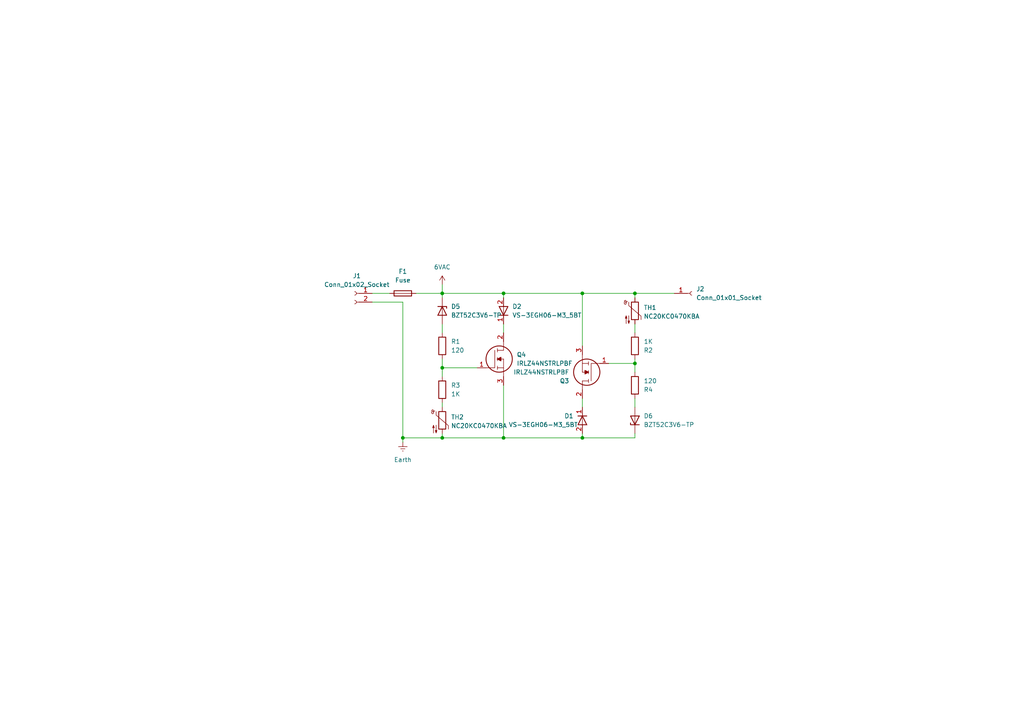
<source format=kicad_sch>
(kicad_sch (version 20231120) (generator "eeschema") (generator_version "8.0")
  (paper "A4")
  (title_block (date "2024-05-03") (rev "V1.0") (comment 1 "Author: Emiel V"))
  (lib_symbols
    (symbol "Connector:Conn_01x01_Socket" (pin_names (offset 1.016) hide)
      (property "Reference" "J" (at 0 2.54 0))
      (property "Value" "Conn_01x01_Socket" (at 0 -2.54 0))
      (symbol "Conn_01x01_Socket_1_1"
        (polyline (pts (xy -1.27 0) (xy -0.508 0)) (stroke (width 0.1524)))
        (arc (start 0 0.508) (mid -0.5058 0) (end 0 -0.508) (stroke (width 0.1524)))
        (pin passive line (at -5.08 0 0) (length 3.81) (name "Pin_1") (number "1"))
      )
    )
    (symbol "Connector:Conn_01x02_Socket" (pin_names (offset 1.016) hide)
      (property "Reference" "J" (at 0 2.54 0))
      (property "Value" "Conn_01x02_Socket" (at 0 -5.08 0))
      (symbol "Conn_01x02_Socket_1_1"
        (arc (start 0 -2.032) (mid -0.5058 -2.54) (end 0 -3.048) (stroke (width 0.1524)))
        (polyline (pts (xy -1.27 -2.54) (xy -0.508 -2.54)) (stroke (width 0.1524)))
        (polyline (pts (xy -1.27 0) (xy -0.508 0)) (stroke (width 0.1524)))
        (arc (start 0 0.508) (mid -0.5058 0) (end 0 -0.508) (stroke (width 0.1524)))
        (pin passive line (at -5.08 0 0) (length 3.81) (name "Pin_1") (number "1"))
        (pin passive line (at -5.08 -2.54 0) (length 3.81) (name "Pin_2") (number "2"))
      )
    )
    (symbol "Device:Fuse" (pin_numbers hide) (pin_names (offset 0))
      (property "Reference" "F" (at 2.032 0 90))
      (property "Value" "Fuse" (at -1.905 0 90))
      (symbol "Fuse_0_1"
        (rectangle (start -0.762 -2.54) (end 0.762 2.54) (stroke (width 0.254)))
        (polyline (pts (xy 0 2.54) (xy 0 -2.54)))
      )
      (symbol "Fuse_1_1"
        (pin passive line (at 0 3.81 270) (length 1.27) (name "~") (number "1"))
        (pin passive line (at 0 -3.81 90) (length 1.27) (name "~") (number "2"))
      )
    )
    (symbol "Device:R" (pin_numbers hide) (pin_names (offset 0))
      (property "Reference" "R" (at 2.032 0 90))
      (property "Value" "R" (at 0 0 90))
      (symbol "R_0_1"
        (rectangle (start -1.016 -2.54) (end 1.016 2.54) (stroke (width 0.254)))
      )
      (symbol "R_1_1"
        (pin passive line (at 0 3.81 270) (length 1.27) (name "~") (number "1"))
        (pin passive line (at 0 -3.81 90) (length 1.27) (name "~") (number "2"))
      )
    )
    (symbol "Device:Thermistor_NTC" (pin_numbers hide) (pin_names (offset 0))
      (property "Reference" "TH" (at -4.445 0 90))
      (property "Value" "Thermistor_NTC" (at 3.175 0 90))
      (symbol "Thermistor_NTC_0_1"
        (arc (start -3.048 2.159) (mid -3.0495 2.3143) (end -3.175 2.413))
        (arc (start -3.048 2.159) (mid -2.9736 1.9794) (end -2.794 1.905))
        (arc (start -3.048 2.794) (mid -2.9736 2.6144) (end -2.794 2.54))
        (arc (start -2.794 1.905) (mid -2.6144 1.9794) (end -2.54 2.159))
        (arc (start -2.794 2.54) (mid -2.4393 2.5587) (end -2.159 2.794))
        (arc (start -2.794 3.048) (mid -2.9736 2.9736) (end -3.048 2.794))
        (arc (start -2.54 2.794) (mid -2.6144 2.9736) (end -2.794 3.048))
        (rectangle (start -1.016 2.54) (end 1.016 -2.54) (stroke (width 0.254)))
        (polyline (pts (xy -2.54 2.159) (xy -2.54 2.794)))
        (polyline (pts (xy -1.778 2.54) (xy -1.778 1.524) (xy 1.778 -1.524) (xy 1.778 -2.54)))
        (polyline (pts (xy -2.54 -3.683) (xy -2.54 -1.397) (xy -2.794 -2.159) (xy -2.286 -2.159) (xy -2.54 -1.397) (xy -2.54 -1.651)) (fill (type outline)))
        (polyline (pts (xy -1.778 -1.397) (xy -1.778 -3.683) (xy -2.032 -2.921) (xy -1.524 -2.921) (xy -1.778 -3.683) (xy -1.778 -3.429)) (fill (type outline)))
      )
      (symbol "Thermistor_NTC_1_1"
        (pin passive line (at 0 3.81 270) (length 1.27) (name "~") (number "1"))
        (pin passive line (at 0 -3.81 90) (length 1.27) (name "~") (number "2"))
      )
    )
    (symbol "Diode:BZT52Bxx" (pin_numbers hide) (pin_names hide)
      (property "Reference" "D" (at 0 2.54 0))
      (property "Value" "BZT52Bxx" (at 0 -2.54 0))
      (symbol "BZT52Bxx_0_1"
        (polyline (pts (xy 1.27 0) (xy -1.27 0)))
        (polyline (pts (xy -1.27 -1.27) (xy -1.27 1.27) (xy -0.762 1.27)) (stroke (width 0.254)))
        (polyline (pts (xy 1.27 -1.27) (xy 1.27 1.27) (xy -1.27 0) (xy 1.27 -1.27)) (stroke (width 0.254)))
      )
      (symbol "BZT52Bxx_1_1"
        (pin passive line (at -3.81 0 0) (length 2.54) (name "K") (number "1"))
        (pin passive line (at 3.81 0 180) (length 2.54) (name "A") (number "2"))
      )
    )
    (symbol "SamacSys:IRLZ44NSTRLPBF" (pin_names (offset 0.762))
      (property "Reference" "Q" (at 11.43 3.81 0))
      (property "Value" "IRLZ44NSTRLPBF" (at 11.43 1.27 0))
      (symbol "IRLZ44NSTRLPBF_0_0"
        (pin passive line (at 0 0 0) (length 2.54) (name "~") (number "1"))
        (pin passive line (at 7.62 10.16 270) (length 2.54) (name "~") (number "2"))
        (pin passive line (at 7.62 -5.08 90) (length 2.54) (name "~") (number "3"))
      )
      (symbol "IRLZ44NSTRLPBF_0_1"
        (polyline (pts (xy 5.842 -0.508) (xy 5.842 0.508)) (stroke (width 0.1524)))
        (polyline (pts (xy 5.842 0) (xy 7.62 0)) (stroke (width 0.1524)))
        (polyline (pts (xy 5.842 2.032) (xy 5.842 3.048)) (stroke (width 0.1524)))
        (polyline (pts (xy 5.842 5.588) (xy 5.842 4.572)) (stroke (width 0.1524)))
        (polyline (pts (xy 7.62 2.54) (xy 5.842 2.54)) (stroke (width 0.1524)))
        (polyline (pts (xy 7.62 2.54) (xy 7.62 -2.54)) (stroke (width 0.1524)))
        (polyline (pts (xy 7.62 5.08) (xy 5.842 5.08)) (stroke (width 0.1524)))
        (polyline (pts (xy 7.62 5.08) (xy 7.62 7.62)) (stroke (width 0.1524)))
        (polyline (pts (xy 2.54 0) (xy 5.08 0) (xy 5.08 5.08)) (stroke (width 0.1524)))
        (polyline (pts (xy 5.842 2.54) (xy 6.858 3.048) (xy 6.858 2.032) (xy 5.842 2.54)) (stroke (width 0.254)) (fill (type outline)))
        (circle (center 6.35 2.54) (radius 3.81) (stroke (width 0.254)))
      )
    )
    (symbol "SamacSys:VS-3EGH06-M3_5BT" (pin_names hide)
      (property "Reference" "D" (at 4.318 5.842 0))
      (property "Value" "VS-3EGH06-M3_5BT" (at 4.318 3.302 0))
      (symbol "VS-3EGH06-M3_5BT_0_1"
        (polyline (pts (xy 2.54 1.27) (xy 2.54 -1.27)) (stroke (width 0.254)))
        (polyline (pts (xy 5.08 0) (xy 2.54 0)))
        (polyline (pts (xy 5.08 1.27) (xy 5.08 -1.27) (xy 2.54 0) (xy 5.08 1.27)) (stroke (width 0.254)))
      )
      (symbol "VS-3EGH06-M3_5BT_1_1"
        (pin passive line (at 0 0 0) (length 2.54) (name "K") (number "1"))
        (pin passive line (at 7.62 0 180) (length 2.54) (name "A") (number "2"))
      )
    )
    (symbol "power:+6V" (power) (pin_numbers hide) (pin_names (offset 0) hide)
      (property "Value" "+6V" (at 0 3.556 0))
      (symbol "+6V_0_1"
        (polyline (pts (xy -0.762 1.27) (xy 0 2.54)))
        (polyline (pts (xy 0 0) (xy 0 2.54)))
        (polyline (pts (xy 0 2.54) (xy 0.762 1.27)))
      )
      (symbol "+6V_1_1"
        (pin power_in line (at 0 0 90) (length 0) (name "~") (number "1"))
      )
    )
    (symbol "power:Earth" (power) (pin_numbers hide) (pin_names (offset 0) hide)
      (property "Value" "Earth" (at 0 -3.81 0))
      (symbol "Earth_0_1"
        (polyline (pts (xy -0.635 -1.905) (xy 0.635 -1.905)))
        (polyline (pts (xy -0.127 -2.54) (xy 0.127 -2.54)))
        (polyline (pts (xy 0 -1.27) (xy 0 0)))
        (polyline (pts (xy 1.27 -1.27) (xy -1.27 -1.27)))
      )
      (symbol "Earth_1_1"
        (pin power_in line (at 0 0 270) (length 0) (name "~") (number "1"))
      )
    )
  )
  (junction (at 168.91 85.09))
  (junction (at 128.27 127))
  (junction (at 184.15 85.09))
  (junction (at 168.91 127))
  (junction (at 128.27 85.09))
  (junction (at 128.27 106.68))
  (junction (at 146.05 85.09))
  (junction (at 184.15 105.41))
  (junction (at 116.84 127))
  (junction (at 146.05 127))
  (wire (pts (xy 184.15 86.36) (xy 184.15 85.09)))
  (wire (pts (xy 146.05 96.52) (xy 146.05 93.98)))
  (wire (pts (xy 116.84 127) (xy 116.84 128.27)))
  (wire (pts (xy 146.05 86.36) (xy 146.05 85.09)))
  (wire (pts (xy 168.91 125.73) (xy 168.91 127)))
  (wire (pts (xy 116.84 127) (xy 128.27 127)))
  (wire (pts (xy 128.27 106.68) (xy 128.27 109.22)))
  (wire (pts (xy 184.15 85.09) (xy 168.91 85.09)))
  (wire (pts (xy 184.15 115.57) (xy 184.15 118.11)))
  (wire (pts (xy 107.95 85.09) (xy 113.03 85.09)))
  (wire (pts (xy 128.27 125.73) (xy 128.27 127)))
  (wire (pts (xy 168.91 115.57) (xy 168.91 118.11)))
  (wire (pts (xy 128.27 85.09) (xy 128.27 86.36)))
  (wire (pts (xy 128.27 104.14) (xy 128.27 106.68)))
  (wire (pts (xy 176.53 105.41) (xy 184.15 105.41)))
  (wire (pts (xy 146.05 111.76) (xy 146.05 127)))
  (wire (pts (xy 128.27 106.68) (xy 138.43 106.68)))
  (wire (pts (xy 116.84 87.63) (xy 116.84 127)))
  (wire (pts (xy 128.27 116.84) (xy 128.27 118.11)))
  (wire (pts (xy 120.65 85.09) (xy 128.27 85.09)))
  (wire (pts (xy 128.27 93.98) (xy 128.27 96.52)))
  (wire (pts (xy 168.91 85.09) (xy 146.05 85.09)))
  (wire (pts (xy 146.05 85.09) (xy 128.27 85.09)))
  (wire (pts (xy 184.15 96.52) (xy 184.15 93.98)))
  (wire (pts (xy 184.15 85.09) (xy 195.58 85.09)))
  (wire (pts (xy 168.91 127) (xy 184.15 127)))
  (wire (pts (xy 184.15 104.14) (xy 184.15 105.41)))
  (wire (pts (xy 184.15 105.41) (xy 184.15 107.95)))
  (wire (pts (xy 128.27 82.55) (xy 128.27 85.09)))
  (wire (pts (xy 146.05 127) (xy 168.91 127)))
  (wire (pts (xy 146.05 127) (xy 128.27 127)))
  (wire (pts (xy 184.15 125.73) (xy 184.15 127)))
  (wire (pts (xy 168.91 85.09) (xy 168.91 100.33)))
  (wire (pts (xy 107.95 87.63) (xy 116.84 87.63)))
  (symbol (lib_id "Device:R") (at 184.15 111.76 0) (mirror x) (unit 1)
    (property "Reference" "R4" (at 186.69 113.0301 0) (effects (justify left)))
    (property "Value" "120" (at 186.69 110.4901 0) (effects (justify left)))
    (property "Footprint" "Resistor_SMD:R_1206_3216Metric" (effects (hide yes)))
    (property "Description" "Resistor" (effects (hide yes)))
  )
  (symbol (lib_id "Device:R") (at 184.15 100.33 0) (mirror x) (unit 1)
    (property "Reference" "R2" (at 186.69 101.6001 0) (effects (justify left)))
    (property "Value" "1K" (at 186.69 99.0601 0) (effects (justify left)))
    (property "Footprint" "Resistor_SMD:R_1206_3216Metric" (effects (hide yes)))
    (property "Description" "Resistor" (effects (hide yes)))
  )
  (symbol (lib_id "SamacSys:VS-3EGH06-M3_5BT") (at 168.91 118.11 270) (unit 1)
    (property "Reference" "D1" (at 166.37 120.6499 90) (effects (justify right)))
    (property "Value" "VS-3EGH06-M3_5BT" (at 167.64 123.19 90) (effects (justify right)))
    (property "Footprint" "DIOM5436X244N" (effects (hide yes)))
    (property "Datasheet" "https://www.vishay.com/docs/94773/vs-3egh06-m3.pdf" (effects (hide yes)))
    (property "Description" "Rectifiers 3 Amp 600 Volts Hyperfast - Low QRR" (effects (hide yes)))
    (property "Height" "2.44" (effects (hide yes)))
    (property "Manufacturer_Name" "Vishay" (effects (hide yes)))
    (property "Manufacturer_Part_Number" "VS-3EGH06-M3/5BT" (effects (hide yes)))
    (property "Mouser Part Number" "78-VS-3EGH06-M3/5BT" (effects (hide yes)))
    (property "Mouser Price/Stock" "https://www.mouser.co.uk/ProductDetail/Vishay-Semiconductors/VS-3EGH06-M3-5BT?qs=1FzmF4gO8omvGkBQyCy6gQ%3D%3D" (effects (hide yes)))
    (property "Arrow Part Number" "VS-3EGH06-M3/5BT" (effects (hide yes)))
    (property "Arrow Price/Stock" "https://www.arrow.com/en/products/vs-3egh06-m35bt/vishay" (effects (hide yes)))
  )
  (symbol (lib_id "Device:R") (at 128.27 100.33 0) (unit 1)
    (property "Reference" "R1" (at 130.81 99.0599 0) (effects (justify left)))
    (property "Value" "120" (at 130.81 101.5999 0) (effects (justify left)))
    (property "Footprint" "Resistor_SMD:R_1206_3216Metric" (effects (hide yes)))
    (property "Description" "Resistor" (effects (hide yes)))
  )
  (symbol (lib_id "SamacSys:IRLZ44NSTRLPBF") (at 176.53 105.41 180) (unit 1)
    (property "Reference" "Q3" (at 165.1 110.49 0) (effects (justify left)))
    (property "Value" "IRLZ44NSTRLPBF" (at 165.1 107.9501 0) (effects (justify left)))
    (property "Footprint" "IRF2804STRLPBF" (effects (hide yes)))
    (property "Datasheet" "https://www.infineon.com/dgdl/irlz44nspbf.pdf?fileId=5546d462533600a40153567221272727" (effects (hide yes)))
    (property "Description" "Infineon IRLZ44NSTRLPBF N-channel MOSFET, 47 A, 55 V HEXFET, 3-Pin D2PAK" (effects (hide yes)))
    (property "Height" "4.83" (effects (hide yes)))
    (property "Manufacturer_Name" "Infineon" (effects (hide yes)))
    (property "Manufacturer_Part_Number" "IRLZ44NSTRLPBF" (effects (hide yes)))
    (property "Mouser Part Number" "942-IRLZ44NSTRLPBF" (effects (hide yes)))
    (property "Mouser Price/Stock" "https://www.mouser.co.uk/ProductDetail/Infineon-Technologies/IRLZ44NSTRLPBF?qs=9%252BKlkBgLFf1LijFJvUznEg%3D%3D" (effects (hide yes)))
    (property "Arrow Part Number" "IRLZ44NSTRLPBF" (effects (hide yes)))
    (property "Arrow Price/Stock" "https://www.arrow.com/en/products/irlz44nstrlpbf/infineon-technologies-ag?region=nac" (effects (hide yes)))
  )
  (symbol (lib_id "Diode:BZT52Bxx") (at 184.15 121.92 90) (unit 1)
    (property "Reference" "D6" (at 186.69 120.6499 90) (effects (justify right)))
    (property "Value" "BZT52C3V6-TP" (at 186.69 123.1899 90) (effects (justify right)))
    (property "Footprint" "Diode_SMD:D_SOD-123F" (effects (hide yes)))
    (property "Datasheet" "https://diotec.com/tl_files/diotec/files/pdf/datasheets/bzt52b2v4.pdf" (effects (hide yes)))
    (property "Description" "500mW Zener Diode, SOD-123F" (effects (hide yes)))
  )
  (symbol (lib_id "Device:R") (at 128.27 113.03 0) (unit 1)
    (property "Reference" "R3" (at 130.81 111.7599 0) (effects (justify left)))
    (property "Value" "1K" (at 130.81 114.2999 0) (effects (justify left)))
    (property "Footprint" "Resistor_SMD:R_1206_3216Metric" (effects (hide yes)))
    (property "Description" "Resistor" (effects (hide yes)))
  )
  (symbol (lib_id "Device:Thermistor_NTC") (at 184.15 90.17 0) (unit 1)
    (property "Reference" "TH1" (at 186.69 89.2174 0) (effects (justify left)))
    (property "Value" "NC20KC0470KBA " (at 186.69 91.7574 0) (effects (justify left)))
    (property "Footprint" "Resistor_THT:R_Axial_DIN0204_L3.6mm_D1.6mm_P1.90mm_Vertical" (effects (hide yes)))
    (property "Description" "Temperature dependent resistor, negative temperature coefficient" (effects (hide yes)))
  )
  (symbol (lib_id "Connector:Conn_01x01_Socket") (at 200.66 85.09 0) (unit 1)
    (property "Reference" "J2" (at 201.93 83.8199 0) (effects (justify left)))
    (property "Value" "Conn_01x01_Socket" (at 201.93 86.3599 0) (effects (justify left)))
    (property "Footprint" "Connector_Wire:SolderWire-0.75sqmm_1x01_D1.25mm_OD2.3mm" (effects (hide yes)))
    (property "Description" "Generic connector, single row, 01x01, script generated" (effects (hide yes)))
  )
  (symbol (lib_id "Device:Fuse") (at 116.84 85.09 90) (unit 1)
    (property "Reference" "F1" (at 116.84 78.74 90))
    (property "Value" "Fuse" (at 116.84 81.28 90))
    (property "Footprint" "Fuse:Fuseholder_Blade_Mini_Keystone_3568" (effects (hide yes)))
    (property "Description" "Fuse" (effects (hide yes)))
  )
  (symbol (lib_id "Connector:Conn_01x02_Socket") (at 102.87 85.09 0) (mirror y) (unit 1)
    (property "Reference" "J1" (at 103.505 80.01 0))
    (property "Value" "Conn_01x02_Socket" (at 103.505 82.55 0))
    (property "Footprint" "Connector_Wire:SolderWire-0.75sqmm_1x02_P4.8mm_D1.25mm_OD2.3mm" (effects (hide yes)))
    (property "Description" "Generic connector, single row, 01x02, script generated" (effects (hide yes)))
  )
  (symbol (lib_id "Device:Thermistor_NTC") (at 128.27 121.92 0) (unit 1)
    (property "Reference" "TH2" (at 130.81 120.9674 0) (effects (justify left)))
    (property "Value" "NC20KC0470KBA " (at 130.81 123.5074 0) (effects (justify left)))
    (property "Footprint" "Resistor_THT:R_Axial_DIN0204_L3.6mm_D1.6mm_P1.90mm_Vertical" (effects (hide yes)))
    (property "Description" "Temperature dependent resistor, negative temperature coefficient" (effects (hide yes)))
  )
  (symbol (lib_id "SamacSys:VS-3EGH06-M3_5BT") (at 146.05 93.98 90) (unit 1)
    (property "Reference" "D2" (at 148.59 88.8999 90) (effects (justify right)))
    (property "Value" "VS-3EGH06-M3_5BT" (at 148.59 91.4399 90) (effects (justify right)))
    (property "Footprint" "DIOM5436X244N" (effects (hide yes)))
    (property "Datasheet" "https://www.vishay.com/docs/94773/vs-3egh06-m3.pdf" (effects (hide yes)))
    (property "Description" "Rectifiers 3 Amp 600 Volts Hyperfast - Low QRR" (effects (hide yes)))
    (property "Height" "2.44" (effects (hide yes)))
    (property "Manufacturer_Name" "Vishay" (effects (hide yes)))
    (property "Manufacturer_Part_Number" "VS-3EGH06-M3/5BT" (effects (hide yes)))
    (property "Mouser Part Number" "78-VS-3EGH06-M3/5BT" (effects (hide yes)))
    (property "Mouser Price/Stock" "https://www.mouser.co.uk/ProductDetail/Vishay-Semiconductors/VS-3EGH06-M3-5BT?qs=1FzmF4gO8omvGkBQyCy6gQ%3D%3D" (effects (hide yes)))
    (property "Arrow Part Number" "VS-3EGH06-M3/5BT" (effects (hide yes)))
    (property "Arrow Price/Stock" "https://www.arrow.com/en/products/vs-3egh06-m35bt/vishay" (effects (hide yes)))
  )
  (symbol (lib_id "SamacSys:IRLZ44NSTRLPBF") (at 138.43 106.68 0) (unit 1)
    (property "Reference" "Q4" (at 149.86 102.8699 0) (effects (justify left)))
    (property "Value" "IRLZ44NSTRLPBF" (at 149.86 105.4099 0) (effects (justify left)))
    (property "Footprint" "IRF2804STRLPBF" (effects (hide yes)))
    (property "Datasheet" "https://www.infineon.com/dgdl/irlz44nspbf.pdf?fileId=5546d462533600a40153567221272727" (effects (hide yes)))
    (property "Description" "Infineon IRLZ44NSTRLPBF N-channel MOSFET, 47 A, 55 V HEXFET, 3-Pin D2PAK" (effects (hide yes)))
    (property "Height" "4.83" (effects (hide yes)))
    (property "Manufacturer_Name" "Infineon" (effects (hide yes)))
    (property "Manufacturer_Part_Number" "IRLZ44NSTRLPBF" (effects (hide yes)))
    (property "Mouser Part Number" "942-IRLZ44NSTRLPBF" (effects (hide yes)))
    (property "Mouser Price/Stock" "https://www.mouser.co.uk/ProductDetail/Infineon-Technologies/IRLZ44NSTRLPBF?qs=9%252BKlkBgLFf1LijFJvUznEg%3D%3D" (effects (hide yes)))
    (property "Arrow Part Number" "IRLZ44NSTRLPBF" (effects (hide yes)))
    (property "Arrow Price/Stock" "https://www.arrow.com/en/products/irlz44nstrlpbf/infineon-technologies-ag?region=nac" (effects (hide yes)))
  )
  (symbol (lib_id "Diode:BZT52Bxx") (at 128.27 90.17 270) (unit 1)
    (property "Reference" "D5" (at 130.81 88.8999 90) (effects (justify left)))
    (property "Value" "BZT52C3V6-TP" (at 130.81 91.4399 90) (effects (justify left)))
    (property "Footprint" "Diode_SMD:D_SOD-123F" (effects (hide yes)))
    (property "Datasheet" "https://diotec.com/tl_files/diotec/files/pdf/datasheets/bzt52b2v4.pdf" (effects (hide yes)))
    (property "Description" "500mW Zener Diode, SOD-123F" (effects (hide yes)))
  )
  (symbol (lib_id "power:+6V") (at 128.27 82.55 0) (unit 1)
    (property "Reference" "#PWR01" (effects (hide yes)))
    (property "Value" "6VAC" (at 128.27 77.47 0))
    (property "Description" "Power symbol creates a global label with name \"+6V\"" (effects (hide yes)))
  )
  (symbol (lib_id "power:Earth") (at 116.84 128.27 0) (unit 1)
    (property "Reference" "#PWR02" (effects (hide yes)))
    (property "Value" "Earth" (at 116.84 133.35 0))
    (property "Description" "Power symbol creates a global label with name \"Earth\"" (effects (hide yes)))
  )
)
</source>
